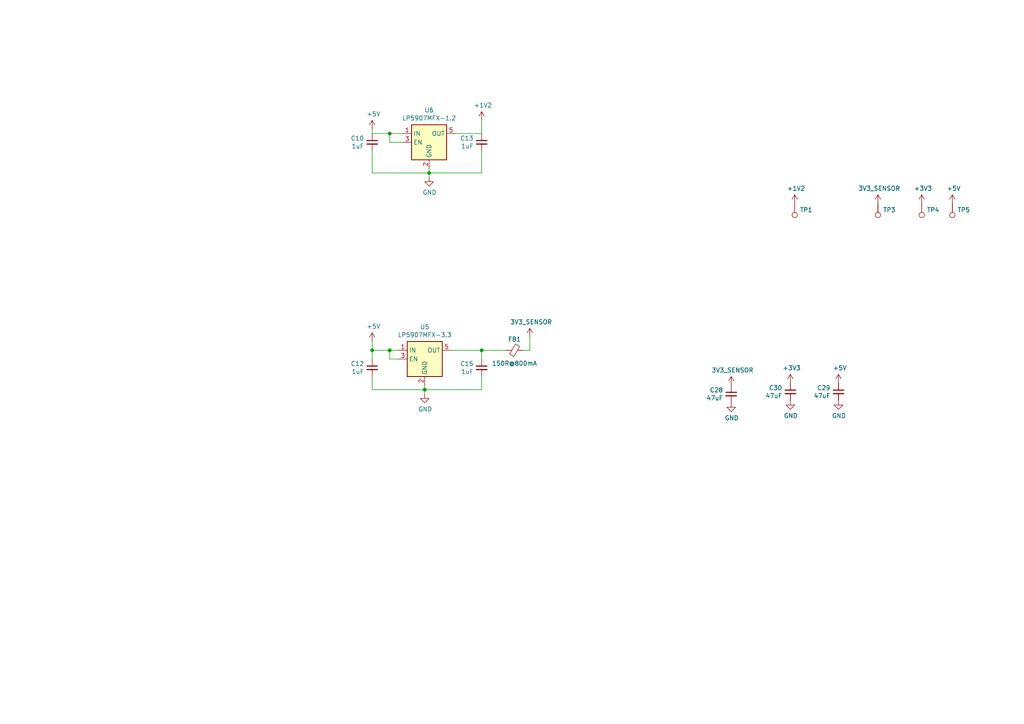
<source format=kicad_sch>
(kicad_sch (version 20230221) (generator eeschema)
  (paper "A4")
  (lib_symbols
    (symbol "Connector:TestPoint" (pin_numbers hide) (pin_names (offset 0.762) hide)
      (property "Reference" "TP" (at 0 6.858 0))
      (property "Value" "TestPoint" (at 0 5.08 0))
      (symbol "TestPoint_0_1"
        (circle (center 0 3.302) (radius 0.762))
      )
      (symbol "TestPoint_1_1"
        (pin passive line (at 0 0 90) (length 2.54) (name "1") (number "1"))
      )
    )
    (symbol "Device:C_Small" (pin_numbers hide) (pin_names (offset 0.254) hide)
      (property "Reference" "C" (at 0.254 1.778 0))
      (property "Value" "C_Small" (at 0.254 -2.032 0))
      (symbol "C_Small_0_1"
        (polyline (pts (xy -1.524 -0.508) (xy 1.524 -0.508)) (stroke (width 0.3302)))
        (polyline (pts (xy -1.524 0.508) (xy 1.524 0.508)) (stroke (width 0.3048)))
      )
      (symbol "C_Small_1_1"
        (pin passive line (at 0 2.54 270) (length 2.032) (name "~") (number "1"))
        (pin passive line (at 0 -2.54 90) (length 2.032) (name "~") (number "2"))
      )
    )
    (symbol "Regulator_Linear:LP5907MFX-1.2"
      (property "Reference" "U" (at -3.81 6.35 0))
      (property "Value" "LP5907MFX-1.2" (at 6.35 6.35 0))
      (symbol "LP5907MFX-1.2_0_1"
        (rectangle (start -5.08 -5.08) (end 5.08 5.08) (stroke (width 0.254)) (fill (type background)))
        (pin power_in line (at -7.62 2.54 0) (length 2.54) (name "IN") (number "1"))
        (pin power_in line (at 0 -7.62 90) (length 2.54) (name "GND") (number "2"))
        (pin input line (at -7.62 0 0) (length 2.54) (name "EN") (number "3"))
        (pin no_connect line (at 5.08 0 180) (length 2.54) hide (name "NC") (number "4"))
        (pin power_out line (at 7.62 2.54 180) (length 2.54) (name "OUT") (number "5"))
      )
    )
    (symbol "Regulator_Linear:LP5907MFX-3.3"
      (property "Reference" "U" (at -3.81 6.35 0))
      (property "Value" "LP5907MFX-3.3" (at 6.35 6.35 0))
      (symbol "LP5907MFX-3.3_0_1"
        (rectangle (start -5.08 -5.08) (end 5.08 5.08) (stroke (width 0.254)) (fill (type background)))
        (pin power_in line (at -7.62 2.54 0) (length 2.54) (name "IN") (number "1"))
        (pin power_in line (at 0 -7.62 90) (length 2.54) (name "GND") (number "2"))
        (pin input line (at -7.62 0 0) (length 2.54) (name "EN") (number "3"))
        (pin no_connect line (at 5.08 0 180) (length 2.54) hide (name "NC") (number "4"))
        (pin power_out line (at 7.62 2.54 180) (length 2.54) (name "OUT") (number "5"))
      )
    )
    (symbol "controller-rescue:Device_Ferrite_Bead_Small" (pin_numbers hide) (pin_names (offset 0))
      (property "Reference" "FB" (at 1.905 1.27 0))
      (property "Value" "Device_Ferrite_Bead_Small" (at 1.905 -1.27 0))
      (symbol "Device_Ferrite_Bead_Small_0_1"
        (polyline (pts (xy 0 -1.27) (xy 0 -0.7874)))
        (polyline (pts (xy 0 0.889) (xy 0 1.2954)))
        (polyline (pts (xy -1.8288 0.2794) (xy -1.1176 1.4986) (xy 1.8288 -0.2032) (xy 1.1176 -1.4224) (xy -1.8288 0.2794)))
      )
      (symbol "Device_Ferrite_Bead_Small_1_1"
        (pin passive line (at 0 2.54 270) (length 1.27) (name "~") (number "1"))
        (pin passive line (at 0 -2.54 90) (length 1.27) (name "~") (number "2"))
      )
    )
    (symbol "custom_power:3V3_SENSOR" (power) (pin_names (offset 0))
      (property "Value" "3V3_SENSOR" (at 0 3.81 0))
      (symbol "3V3_SENSOR_0_1"
        (polyline (pts (xy -0.762 1.27) (xy 0 2.54)))
        (polyline (pts (xy 0 0) (xy 0 2.54)))
        (polyline (pts (xy 0 2.54) (xy 0.762 1.27)))
      )
      (symbol "3V3_SENSOR_1_1"
        (pin power_in line (at 0 0 90) (length 0) hide (name "3V3_SENSOR") (number "1"))
      )
    )
    (symbol "power:+1V2" (power) (pin_names (offset 0))
      (property "Value" "+1V2" (at 0 3.556 0))
      (symbol "+1V2_0_1"
        (polyline (pts (xy -0.762 1.27) (xy 0 2.54)))
        (polyline (pts (xy 0 0) (xy 0 2.54)))
        (polyline (pts (xy 0 2.54) (xy 0.762 1.27)))
      )
      (symbol "+1V2_1_1"
        (pin power_in line (at 0 0 90) (length 0) hide (name "+1V2") (number "1"))
      )
    )
    (symbol "power:+3V3" (power) (pin_names (offset 0))
      (property "Value" "+3V3" (at 0 3.556 0))
      (symbol "+3V3_0_1"
        (polyline (pts (xy -0.762 1.27) (xy 0 2.54)))
        (polyline (pts (xy 0 0) (xy 0 2.54)))
        (polyline (pts (xy 0 2.54) (xy 0.762 1.27)))
      )
      (symbol "+3V3_1_1"
        (pin power_in line (at 0 0 90) (length 0) hide (name "+3V3") (number "1"))
      )
    )
    (symbol "power:+5V" (power) (pin_names (offset 0))
      (property "Value" "+5V" (at 0 3.556 0))
      (symbol "+5V_0_1"
        (polyline (pts (xy -0.762 1.27) (xy 0 2.54)))
        (polyline (pts (xy 0 0) (xy 0 2.54)))
        (polyline (pts (xy 0 2.54) (xy 0.762 1.27)))
      )
      (symbol "+5V_1_1"
        (pin power_in line (at 0 0 90) (length 0) hide (name "+5V") (number "1"))
      )
    )
    (symbol "power:GND" (power) (pin_names (offset 0))
      (property "Value" "GND" (at 0 -3.81 0))
      (symbol "GND_0_1"
        (polyline (pts (xy 0 0) (xy 0 -1.27) (xy 1.27 -1.27) (xy 0 -2.54) (xy -1.27 -1.27) (xy 0 -1.27)))
      )
      (symbol "GND_1_1"
        (pin power_in line (at 0 0 270) (length 0) hide (name "GND") (number "1"))
      )
    )
  )
  (junction (at 113.03 38.735))
  (junction (at 124.46 50.165))
  (junction (at 107.95 101.6))
  (junction (at 123.19 113.03))
  (junction (at 113.03 101.6))
  (junction (at 139.7 101.6))
  (wire (pts (xy 107.95 38.735) (xy 113.03 38.735)))
  (wire (pts (xy 132.08 38.735) (xy 139.7 38.735)))
  (wire (pts (xy 123.19 113.03) (xy 123.19 114.3)))
  (wire (pts (xy 139.7 104.14) (xy 139.7 101.6)))
  (wire (pts (xy 107.95 37.465) (xy 107.95 38.735)))
  (wire (pts (xy 107.95 104.14) (xy 107.95 101.6)))
  (wire (pts (xy 107.95 113.03) (xy 123.19 113.03)))
  (wire (pts (xy 124.46 48.895) (xy 124.46 50.165)))
  (wire (pts (xy 139.7 34.925) (xy 139.7 38.735)))
  (wire (pts (xy 115.57 104.14) (xy 113.03 104.14)))
  (wire (pts (xy 124.46 50.165) (xy 139.7 50.165)))
  (wire (pts (xy 113.03 104.14) (xy 113.03 101.6)))
  (wire (pts (xy 124.46 50.165) (xy 124.46 51.435)))
  (wire (pts (xy 151.765 101.6) (xy 153.67 101.6)))
  (wire (pts (xy 139.7 113.03) (xy 123.19 113.03)))
  (wire (pts (xy 153.67 97.79) (xy 153.67 101.6)))
  (wire (pts (xy 116.84 41.275) (xy 113.03 41.275)))
  (wire (pts (xy 113.03 38.735) (xy 116.84 38.735)))
  (wire (pts (xy 139.7 109.22) (xy 139.7 113.03)))
  (wire (pts (xy 107.95 101.6) (xy 113.03 101.6)))
  (wire (pts (xy 139.7 101.6) (xy 130.81 101.6)))
  (wire (pts (xy 146.685 101.6) (xy 139.7 101.6)))
  (wire (pts (xy 123.19 111.76) (xy 123.19 113.03)))
  (wire (pts (xy 107.95 50.165) (xy 124.46 50.165)))
  (wire (pts (xy 107.95 43.815) (xy 107.95 50.165)))
  (wire (pts (xy 139.7 50.165) (xy 139.7 43.815)))
  (wire (pts (xy 113.03 101.6) (xy 115.57 101.6)))
  (wire (pts (xy 107.95 113.03) (xy 107.95 109.22)))
  (wire (pts (xy 113.03 41.275) (xy 113.03 38.735)))
  (wire (pts (xy 107.95 99.06) (xy 107.95 101.6)))
  (symbol (lib_id "Regulator_Linear:LP5907MFX-3.3") (at 124.46 41.275 0) (unit 1)
    (property "Reference" "U6" (at 124.46 31.9532 0))
    (property "Value" "LP5907MFX-1.2" (at 124.46 34.2646 0))
    (property "Footprint" "Package_TO_SOT_SMD:SOT-23-5" (effects hide))
    (property "Datasheet" "http://www.ti.com/lit/ds/symlink/lp5907.pdf" (effects hide))
    (property "MfrRef" "LP5907MFX-1.2/NOPB" (effects hide))
  )
  (symbol (lib_id "Regulator_Linear:LP5907MFX-1.2") (at 123.19 104.14 0) (unit 1)
    (property "Reference" "U5" (at 123.19 94.8182 0))
    (property "Value" "LP5907MFX-3.3" (at 123.19 97.1296 0))
    (property "Footprint" "Package_TO_SOT_SMD:SOT-23-5" (effects hide))
    (property "Datasheet" "http://www.ti.com/lit/ds/symlink/lp5907.pdf" (effects hide))
    (property "MfrRef" "LP5907MFX-3.3/NOPB" (effects hide))
  )
  (symbol (lib_id "Device:C_Small") (at 139.7 106.68 0) (mirror y) (unit 1)
    (property "Reference" "C15" (at 137.3632 105.5116 0) (effects (justify left)))
    (property "Value" "1uF" (at 137.3632 107.823 0) (effects (justify left)))
    (property "Footprint" "Capacitor_SMD:C_0402_1005Metric" (effects hide))
    (property "MfrRef" "CL05A105KL5NRNC  " (effects hide))
  )
  (symbol (lib_id "Device:C_Small") (at 107.95 106.68 0) (mirror y) (unit 1)
    (property "Reference" "C12" (at 105.6132 105.5116 0) (effects (justify left)))
    (property "Value" "1uF" (at 105.6132 107.823 0) (effects (justify left)))
    (property "Footprint" "Capacitor_SMD:C_0402_1005Metric" (effects hide))
    (property "MfrRef" "CL05A105KL5NRNC  " (effects hide))
  )
  (symbol (lib_id "Device:C_Small") (at 139.7 41.275 0) (mirror y) (unit 1)
    (property "Reference" "C13" (at 137.3632 40.1066 0) (effects (justify left)))
    (property "Value" "1uF" (at 137.3632 42.418 0) (effects (justify left)))
    (property "Footprint" "Capacitor_SMD:C_0402_1005Metric" (effects hide))
    (property "MfrRef" "CL05A105KL5NRNC  " (effects hide))
  )
  (symbol (lib_id "Device:C_Small") (at 107.95 41.275 0) (mirror y) (unit 1)
    (property "Reference" "C10" (at 105.6132 40.1066 0) (effects (justify left)))
    (property "Value" "1uF" (at 105.6132 42.418 0) (effects (justify left)))
    (property "Footprint" "Capacitor_SMD:C_0402_1005Metric" (effects hide))
    (property "MfrRef" "CL05A105KL5NRNC  " (effects hide))
  )
  (symbol (lib_id "power:GND") (at 124.46 51.435 0) (unit 1)
    (property "Reference" "#PWR0124" (effects hide))
    (property "Value" "GND" (at 124.587 55.8292 0))
  )
  (symbol (lib_id "power:GND") (at 123.19 114.3 0) (unit 1)
    (property "Reference" "#PWR0126" (effects hide))
    (property "Value" "GND" (at 123.317 118.6942 0))
  )
  (symbol (lib_id "power:+1V2") (at 139.7 34.925 0) (unit 1)
    (property "Reference" "#PWR0130" (effects hide))
    (property "Value" "+1V2" (at 140.081 30.5308 0))
  )
  (symbol (lib_id "power:+5V") (at 107.95 37.465 0) (unit 1)
    (property "Reference" "#PWR0132" (effects hide))
    (property "Value" "+5V" (at 108.331 33.0708 0))
  )
  (symbol (lib_id "power:+5V") (at 107.95 99.06 0) (unit 1)
    (property "Reference" "#PWR0134" (effects hide))
    (property "Value" "+5V" (at 108.331 94.6658 0))
  )
  (symbol (lib_id "Connector:TestPoint") (at 230.505 59.055 180) (unit 1)
    (property "Reference" "TP1" (at 231.9782 60.8838 0) (effects (justify right)))
    (property "Value" "TestPoint" (effects hide))
    (property "Footprint" "TestPoint:TestPoint_Pad_D1.0mm" (effects hide))
  )
  (symbol (lib_id "power:+1V2") (at 230.505 59.055 0) (unit 1)
    (property "Reference" "#PWR0176" (effects hide))
    (property "Value" "+1V2" (at 230.886 54.6608 0))
  )
  (symbol (lib_id "custom_power:3V3_SENSOR") (at 254.635 59.055 0) (unit 1)
    (property "Reference" "#PWR0178" (effects hide))
    (property "Value" "3V3_SENSOR" (at 255.016 54.6608 0))
  )
  (symbol (lib_id "Connector:TestPoint") (at 254.635 59.055 180) (unit 1)
    (property "Reference" "TP3" (at 256.1082 60.8838 0) (effects (justify right)))
    (property "Value" "TestPoint" (effects hide))
    (property "Footprint" "TestPoint:TestPoint_Pad_D1.0mm" (effects hide))
  )
  (symbol (lib_id "Connector:TestPoint") (at 276.225 59.055 180) (unit 1)
    (property "Reference" "TP5" (at 277.6982 60.8838 0) (effects (justify right)))
    (property "Value" "TestPoint" (effects hide))
    (property "Footprint" "TestPoint:TestPoint_Pad_D1.0mm" (effects hide))
  )
  (symbol (lib_id "power:+5V") (at 276.225 59.055 0) (unit 1)
    (property "Reference" "#PWR0179" (effects hide))
    (property "Value" "+5V" (at 276.606 54.6608 0))
  )
  (symbol (lib_id "Connector:TestPoint") (at 267.335 59.055 180) (unit 1)
    (property "Reference" "TP4" (at 268.8082 60.8838 0) (effects (justify right)))
    (property "Value" "TestPoint" (effects hide))
    (property "Footprint" "TestPoint:TestPoint_Pad_D1.0mm" (effects hide))
  )
  (symbol (lib_id "power:+3V3") (at 267.335 59.055 0) (unit 1)
    (property "Reference" "#PWR0180" (effects hide))
    (property "Value" "+3V3" (at 267.716 54.6608 0))
  )
  (symbol (lib_id "custom_power:3V3_SENSOR") (at 212.09 111.76 0) (unit 1)
    (property "Reference" "#PWR0190" (effects hide))
    (property "Value" "3V3_SENSOR" (at 212.471 107.3658 0))
  )
  (symbol (lib_id "Device:C_Small") (at 212.09 114.3 0) (mirror y) (unit 1)
    (property "Reference" "C28" (at 209.7532 113.1316 0) (effects (justify left)))
    (property "Value" "47uF" (at 209.7532 115.443 0) (effects (justify left)))
    (property "Footprint" "Capacitor_SMD:C_1210_3225Metric" (effects hide))
    (property "MfrRef" "CL32A476KOJNNNE" (effects hide))
  )
  (symbol (lib_id "power:GND") (at 212.09 116.84 0) (unit 1)
    (property "Reference" "#PWR0191" (effects hide))
    (property "Value" "GND" (at 212.217 121.2342 0))
  )
  (symbol (lib_id "Device:C_Small") (at 243.205 113.665 0) (mirror y) (unit 1)
    (property "Reference" "C29" (at 240.8682 112.4966 0) (effects (justify left)))
    (property "Value" "47uF" (at 240.8682 114.808 0) (effects (justify left)))
    (property "Footprint" "Capacitor_SMD:C_1210_3225Metric" (effects hide))
    (property "MfrRef" "CL32A476KOJNNNE" (effects hide))
  )
  (symbol (lib_id "power:GND") (at 243.205 116.205 0) (unit 1)
    (property "Reference" "#PWR0192" (effects hide))
    (property "Value" "GND" (at 243.332 120.5992 0))
  )
  (symbol (lib_id "power:+5V") (at 243.205 111.125 0) (unit 1)
    (property "Reference" "#PWR0193" (effects hide))
    (property "Value" "+5V" (at 243.586 106.7308 0))
  )
  (symbol (lib_id "Device:C_Small") (at 229.235 113.665 0) (mirror y) (unit 1)
    (property "Reference" "C30" (at 226.8982 112.4966 0) (effects (justify left)))
    (property "Value" "47uF" (at 226.8982 114.808 0) (effects (justify left)))
    (property "Footprint" "Capacitor_SMD:C_1210_3225Metric" (effects hide))
    (property "MfrRef" "CL32A476KOJNNNE" (effects hide))
  )
  (symbol (lib_id "power:GND") (at 229.235 116.205 0) (unit 1)
    (property "Reference" "#PWR0195" (effects hide))
    (property "Value" "GND" (at 229.362 120.5992 0))
  )
  (symbol (lib_id "power:+3V3") (at 229.235 111.125 0) (unit 1)
    (property "Reference" "#PWR0196" (effects hide))
    (property "Value" "+3V3" (at 229.616 106.7308 0))
  )
  (symbol (lib_id "custom_power:3V3_SENSOR") (at 153.67 97.79 0) (unit 1)
    (property "Reference" "#PWR0151" (effects hide))
    (property "Value" "3V3_SENSOR" (at 154.051 93.3958 0))
  )
  (symbol (lib_id "controller-rescue:Device_Ferrite_Bead_Small") (at 149.225 101.6 270) (unit 1)
    (property "Reference" "FB1" (at 149.225 98.425 90))
    (property "Value" "150R@800mA" (at 149.225 105.41 90))
    (property "Footprint" "Resistor_SMD:R_0402_1005Metric" (effects hide))
    (property "MfrRef" "MPZ1005A151ET000" (effects hide))
  )
)
</source>
